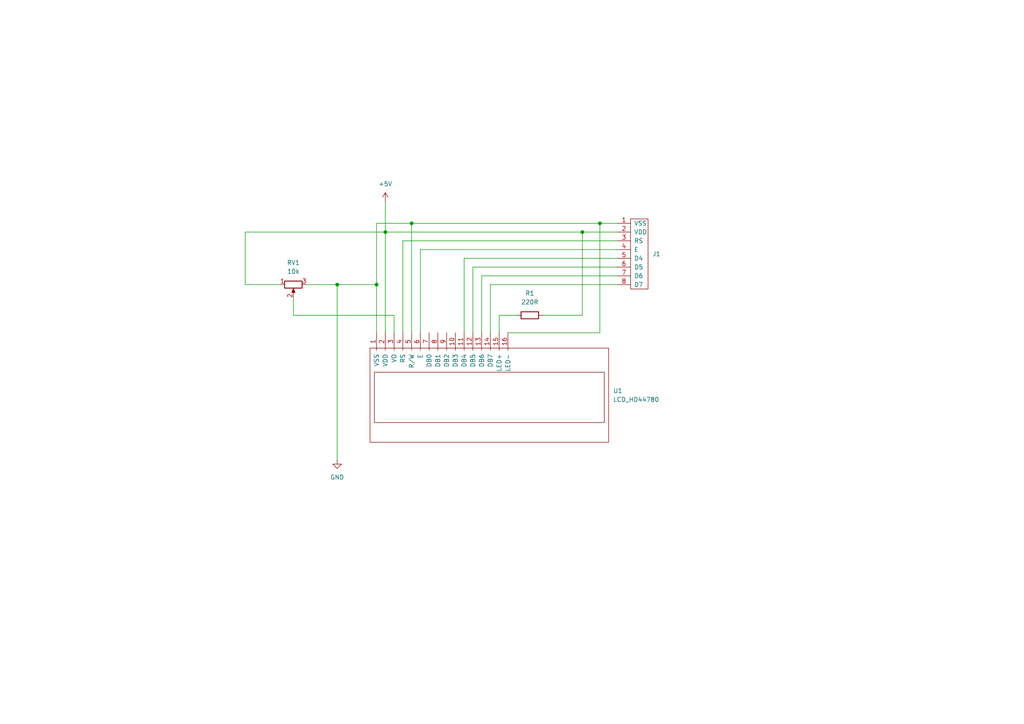
<source format=kicad_sch>
(kicad_sch (version 20211123) (generator eeschema)
  (paper "A4")
  (lib_symbols
    (symbol "Device:R" (pin_numbers hide) (pin_names (offset 0))
      (property "Reference" "R" (at 2.032 0 90))
      (property "Value" "R" (at 0 0 90))
      (symbol "R_0_1"
        (rectangle (start -1.016 -2.54) (end 1.016 2.54) (stroke (width 0.254)))
      )
      (symbol "R_1_1"
        (pin passive line (at 0 3.81 270) (length 1.27) (name "~") (number "1"))
        (pin passive line (at 0 -3.81 90) (length 1.27) (name "~") (number "2"))
      )
    )
    (symbol "Device:R_Potentiometer" (pin_names (offset 1.016) hide)
      (property "Reference" "RV" (at -4.445 0 90))
      (property "Value" "R_Potentiometer" (at -2.54 0 90))
      (symbol "R_Potentiometer_0_1"
        (polyline (pts (xy 2.54 0) (xy 1.524 0)))
        (polyline (pts (xy 1.143 0) (xy 2.286 0.508) (xy 2.286 -0.508) (xy 1.143 0)) (fill (type outline)))
        (rectangle (start 1.016 2.54) (end -1.016 -2.54) (stroke (width 0.254)))
      )
      (symbol "R_Potentiometer_1_1"
        (pin passive line (at 0 3.81 270) (length 1.27) (name "1") (number "1"))
        (pin passive line (at 3.81 0 180) (length 1.27) (name "2") (number "2"))
        (pin passive line (at 0 -3.81 90) (length 1.27) (name "3") (number "3"))
      )
    )
    (symbol "My_Headers:8-pin_header_LCD_interface" (pin_names (offset 1.016))
      (property "Reference" "J" (at 0 10.16 0))
      (symbol "8-pin_header_LCD_interface_0_1"
        (rectangle (start -1.27 8.89) (end 3.81 -11.43))
      )
      (symbol "8-pin_header_LCD_interface_1_1"
        (pin input line (at -5.08 7.62 0) (length 3.81) (name "VSS") (number "1"))
        (pin input line (at -5.08 5.08 0) (length 3.81) (name "VDD") (number "2"))
        (pin input line (at -5.08 2.54 0) (length 3.81) (name "RS") (number "3"))
        (pin input line (at -5.08 0 0) (length 3.81) (name "E") (number "4"))
        (pin input line (at -5.08 -2.54 0) (length 3.81) (name "D4") (number "5"))
        (pin input line (at -5.08 -5.08 0) (length 3.81) (name "D5") (number "6"))
        (pin input line (at -5.08 -7.62 0) (length 3.81) (name "D6") (number "7"))
        (pin input line (at -5.08 -10.16 0) (length 3.81) (name "D7") (number "8"))
      )
    )
    (symbol "My_Headers:LCD_HD44780" (pin_names (offset 1.016))
      (property "Reference" "U" (at 54.61 -2.54 0))
      (property "Value" "LCD_HD44780" (at 6.35 -33.655 0))
      (symbol "LCD_HD44780_0_1"
        (rectangle (start -0.635 -11.43) (end 66.04 -26.035))
        (polyline (pts (xy -1.905 -4.445) (xy 67.31 -4.445) (xy 67.31 -31.75) (xy -1.905 -31.75) (xy -1.905 -4.445)))
      )
      (symbol "LCD_HD44780_1_1"
        (pin input line (at 0 0 270) (length 5.08) (name "VSS") (number "1"))
        (pin input line (at 22.86 0 270) (length 5.08) (name "DB3") (number "10"))
        (pin input line (at 25.4 0 270) (length 5.08) (name "DB4") (number "11"))
        (pin input line (at 27.94 0 270) (length 5.08) (name "DB5") (number "12"))
        (pin input line (at 30.48 0 270) (length 5.08) (name "DB6") (number "13"))
        (pin input line (at 33.02 0 270) (length 5.08) (name "DB7") (number "14"))
        (pin input line (at 35.56 0 270) (length 5.08) (name "LED+") (number "15"))
        (pin input line (at 38.1 0 270) (length 5.08) (name "LED-") (number "16"))
        (pin input line (at 2.54 0 270) (length 5.08) (name "VDD") (number "2"))
        (pin input line (at 5.08 0 270) (length 5.08) (name "VO") (number "3"))
        (pin input line (at 7.62 0 270) (length 5.08) (name "RS") (number "4"))
        (pin input line (at 10.16 0 270) (length 5.08) (name "R/W") (number "5"))
        (pin input line (at 12.7 0 270) (length 5.08) (name "E") (number "6"))
        (pin input line (at 15.24 0 270) (length 5.08) (name "DB0") (number "7"))
        (pin input line (at 17.78 0 270) (length 5.08) (name "DB1") (number "8"))
        (pin input line (at 20.32 0 270) (length 5.08) (name "DB2") (number "9"))
      )
    )
    (symbol "power:+5V" (power) (pin_names (offset 0))
      (property "Value" "+5V" (at 0 3.556 0))
      (symbol "+5V_0_1"
        (polyline (pts (xy -0.762 1.27) (xy 0 2.54)))
        (polyline (pts (xy 0 0) (xy 0 2.54)))
        (polyline (pts (xy 0 2.54) (xy 0.762 1.27)))
      )
      (symbol "+5V_1_1"
        (pin power_in line (at 0 0 90) (length 0) hide (name "+5V") (number "1"))
      )
    )
    (symbol "power:GND" (power) (pin_names (offset 0))
      (property "Value" "GND" (at 0 -3.81 0))
      (symbol "GND_0_1"
        (polyline (pts (xy 0 0) (xy 0 -1.27) (xy 1.27 -1.27) (xy 0 -2.54) (xy -1.27 -1.27) (xy 0 -1.27)))
      )
      (symbol "GND_1_1"
        (pin power_in line (at 0 0 270) (length 0) hide (name "GND") (number "1"))
      )
    )
  )
  (junction (at 119.38 64.77))
  (junction (at 109.22 82.55))
  (junction (at 97.79 82.55))
  (junction (at 111.76 67.31))
  (junction (at 173.99 64.77))
  (junction (at 168.91 67.31))
  (wire (pts (xy 179.07 72.39) (xy 121.92 72.39)))
  (wire (pts (xy 85.09 91.44) (xy 114.3 91.44)))
  (wire (pts (xy 71.12 67.31) (xy 111.76 67.31)))
  (wire (pts (xy 144.78 91.44) (xy 144.78 96.52)))
  (wire (pts (xy 81.28 82.55) (xy 71.12 82.55)))
  (wire (pts (xy 116.84 69.85) (xy 116.84 96.52)))
  (wire (pts (xy 114.3 96.52) (xy 114.3 91.44)))
  (wire (pts (xy 121.92 72.39) (xy 121.92 96.52)))
  (wire (pts (xy 179.07 67.31) (xy 168.91 67.31)))
  (wire (pts (xy 111.76 67.31) (xy 111.76 96.52)))
  (wire (pts (xy 119.38 64.77) (xy 119.38 96.52)))
  (wire (pts (xy 168.91 67.31) (xy 111.76 67.31)))
  (wire (pts (xy 111.76 58.42) (xy 111.76 67.31)))
  (wire (pts (xy 109.22 82.55) (xy 109.22 96.52)))
  (wire (pts (xy 157.48 91.44) (xy 168.91 91.44)))
  (wire (pts (xy 173.99 64.77) (xy 119.38 64.77)))
  (wire (pts (xy 173.99 96.52) (xy 173.99 64.77)))
  (wire (pts (xy 88.9 82.55) (xy 97.79 82.55)))
  (wire (pts (xy 139.7 96.52) (xy 139.7 80.01)))
  (wire (pts (xy 97.79 82.55) (xy 109.22 82.55)))
  (wire (pts (xy 168.91 91.44) (xy 168.91 67.31)))
  (wire (pts (xy 147.32 96.52) (xy 173.99 96.52)))
  (wire (pts (xy 179.07 77.47) (xy 137.16 77.47)))
  (wire (pts (xy 142.24 96.52) (xy 142.24 82.55)))
  (wire (pts (xy 119.38 64.77) (xy 109.22 64.77)))
  (wire (pts (xy 149.86 91.44) (xy 144.78 91.44)))
  (wire (pts (xy 137.16 77.47) (xy 137.16 96.52)))
  (wire (pts (xy 179.07 69.85) (xy 116.84 69.85)))
  (wire (pts (xy 85.09 91.44) (xy 85.09 86.36)))
  (wire (pts (xy 179.07 64.77) (xy 173.99 64.77)))
  (wire (pts (xy 97.79 82.55) (xy 97.79 133.35)))
  (wire (pts (xy 134.62 74.93) (xy 179.07 74.93)))
  (wire (pts (xy 71.12 82.55) (xy 71.12 67.31)))
  (wire (pts (xy 142.24 82.55) (xy 179.07 82.55)))
  (wire (pts (xy 109.22 64.77) (xy 109.22 82.55)))
  (wire (pts (xy 134.62 96.52) (xy 134.62 74.93)))
  (wire (pts (xy 139.7 80.01) (xy 179.07 80.01)))
  (symbol (lib_id "power:GND") (at 97.79 133.35 0) (unit 1)
    (property "Reference" "#PWR0102" (effects hide))
    (property "Value" "GND" (at 97.79 138.43 0))
  )
  (symbol (lib_id "My_Headers:LCD_HD44780") (at 109.22 96.52 0) (unit 1)
    (property "Reference" "U1" (at 177.8 113.3474 0) (effects (justify left)))
    (property "Value" "LCD_HD44780" (at 177.8 115.8874 0) (effects (justify left)))
    (property "Footprint" "My_Parts:LCD_HD44780_16x2_w_headers_large" (effects hide))
  )
  (symbol (lib_id "My_Headers:8-pin_header_LCD_interface") (at 184.15 72.39 0) (unit 1)
    (property "Reference" "J1" (at 189.23 73.6599 0) (effects (justify left)))
    (property "Value" "8-pin_header_LCD_interface" (effects hide))
    (property "Footprint" "My_Headers:8-pin JST LCD" (effects hide))
  )
  (symbol (lib_id "Device:R_Potentiometer") (at 85.09 82.55 90) (mirror x) (unit 1)
    (property "Reference" "RV1" (at 85.09 76.2 90))
    (property "Value" "10k" (at 85.09 78.74 90))
    (property "Footprint" "My_Misc:Potentiometer_Bourns_3339P_Vertical_large" (effects hide))
  )
  (symbol (lib_id "power:+5V") (at 111.76 58.42 0) (unit 1)
    (property "Reference" "#PWR0101" (effects hide))
    (property "Value" "+5V" (at 111.76 53.34 0))
  )
  (symbol (lib_id "Device:R") (at 153.67 91.44 90) (unit 1)
    (property "Reference" "R1" (at 153.67 85.09 90))
    (property "Value" "220R" (at 153.67 87.63 90))
    (property "Footprint" "My_Misc:R_Axial_DIN0207_L6.3mm_D2.5mm_P10.16mm_Horizontal_larger_pads" (effects hide))
  )
)
</source>
